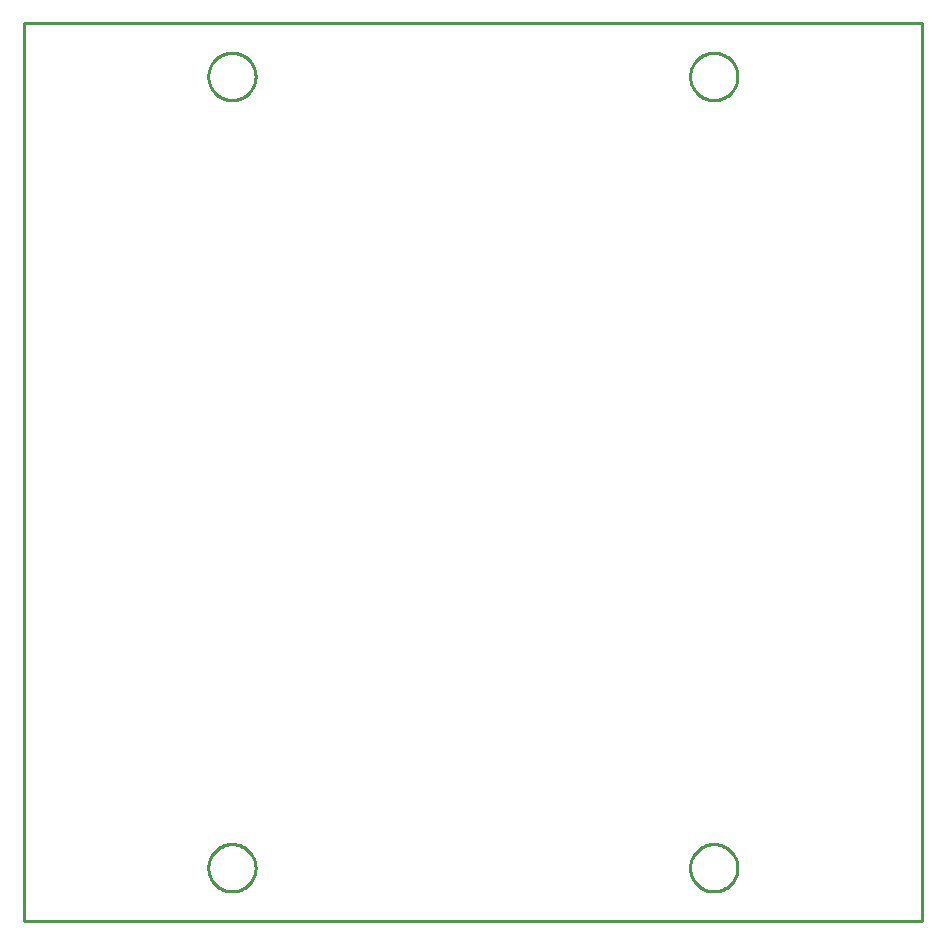
<source format=gbr>
G04 EAGLE Gerber RS-274X export*
G75*
%MOMM*%
%FSLAX34Y34*%
%LPD*%
%IN*%
%IPPOS*%
%AMOC8*
5,1,8,0,0,1.08239X$1,22.5*%
G01*
%ADD10C,0.254000*%


D10*
X0Y0D02*
X760000Y0D01*
X760000Y760000D01*
X0Y760000D01*
X0Y0D01*
X196000Y714396D02*
X195927Y713189D01*
X195781Y711989D01*
X195563Y710800D01*
X195274Y709627D01*
X194915Y708473D01*
X194486Y707343D01*
X193990Y706241D01*
X193428Y705170D01*
X192803Y704136D01*
X192116Y703141D01*
X191371Y702190D01*
X190569Y701285D01*
X189715Y700431D01*
X188810Y699629D01*
X187859Y698884D01*
X186864Y698197D01*
X185830Y697572D01*
X184759Y697010D01*
X183657Y696514D01*
X182527Y696085D01*
X181373Y695726D01*
X180200Y695437D01*
X179011Y695219D01*
X177811Y695073D01*
X176604Y695000D01*
X175396Y695000D01*
X174189Y695073D01*
X172989Y695219D01*
X171800Y695437D01*
X170627Y695726D01*
X169473Y696085D01*
X168343Y696514D01*
X167241Y697010D01*
X166170Y697572D01*
X165136Y698197D01*
X164141Y698884D01*
X163190Y699629D01*
X162285Y700431D01*
X161431Y701285D01*
X160629Y702190D01*
X159884Y703141D01*
X159197Y704136D01*
X158572Y705170D01*
X158010Y706241D01*
X157514Y707343D01*
X157085Y708473D01*
X156726Y709627D01*
X156437Y710800D01*
X156219Y711989D01*
X156073Y713189D01*
X156000Y714396D01*
X156000Y715604D01*
X156073Y716811D01*
X156219Y718011D01*
X156437Y719200D01*
X156726Y720373D01*
X157085Y721527D01*
X157514Y722657D01*
X158010Y723759D01*
X158572Y724830D01*
X159197Y725864D01*
X159884Y726859D01*
X160629Y727810D01*
X161431Y728715D01*
X162285Y729569D01*
X163190Y730371D01*
X164141Y731116D01*
X165136Y731803D01*
X166170Y732428D01*
X167241Y732990D01*
X168343Y733486D01*
X169473Y733915D01*
X170627Y734274D01*
X171800Y734563D01*
X172989Y734781D01*
X174189Y734927D01*
X175396Y735000D01*
X176604Y735000D01*
X177811Y734927D01*
X179011Y734781D01*
X180200Y734563D01*
X181373Y734274D01*
X182527Y733915D01*
X183657Y733486D01*
X184759Y732990D01*
X185830Y732428D01*
X186864Y731803D01*
X187859Y731116D01*
X188810Y730371D01*
X189715Y729569D01*
X190569Y728715D01*
X191371Y727810D01*
X192116Y726859D01*
X192803Y725864D01*
X193428Y724830D01*
X193990Y723759D01*
X194486Y722657D01*
X194915Y721527D01*
X195274Y720373D01*
X195563Y719200D01*
X195781Y718011D01*
X195927Y716811D01*
X196000Y715604D01*
X196000Y714396D01*
X604000Y714396D02*
X603927Y713189D01*
X603781Y711989D01*
X603563Y710800D01*
X603274Y709627D01*
X602915Y708473D01*
X602486Y707343D01*
X601990Y706241D01*
X601428Y705170D01*
X600803Y704136D01*
X600116Y703141D01*
X599371Y702190D01*
X598569Y701285D01*
X597715Y700431D01*
X596810Y699629D01*
X595859Y698884D01*
X594864Y698197D01*
X593830Y697572D01*
X592759Y697010D01*
X591657Y696514D01*
X590527Y696085D01*
X589373Y695726D01*
X588200Y695437D01*
X587011Y695219D01*
X585811Y695073D01*
X584604Y695000D01*
X583396Y695000D01*
X582189Y695073D01*
X580989Y695219D01*
X579800Y695437D01*
X578627Y695726D01*
X577473Y696085D01*
X576343Y696514D01*
X575241Y697010D01*
X574170Y697572D01*
X573136Y698197D01*
X572141Y698884D01*
X571190Y699629D01*
X570285Y700431D01*
X569431Y701285D01*
X568629Y702190D01*
X567884Y703141D01*
X567197Y704136D01*
X566572Y705170D01*
X566010Y706241D01*
X565514Y707343D01*
X565085Y708473D01*
X564726Y709627D01*
X564437Y710800D01*
X564219Y711989D01*
X564073Y713189D01*
X564000Y714396D01*
X564000Y715604D01*
X564073Y716811D01*
X564219Y718011D01*
X564437Y719200D01*
X564726Y720373D01*
X565085Y721527D01*
X565514Y722657D01*
X566010Y723759D01*
X566572Y724830D01*
X567197Y725864D01*
X567884Y726859D01*
X568629Y727810D01*
X569431Y728715D01*
X570285Y729569D01*
X571190Y730371D01*
X572141Y731116D01*
X573136Y731803D01*
X574170Y732428D01*
X575241Y732990D01*
X576343Y733486D01*
X577473Y733915D01*
X578627Y734274D01*
X579800Y734563D01*
X580989Y734781D01*
X582189Y734927D01*
X583396Y735000D01*
X584604Y735000D01*
X585811Y734927D01*
X587011Y734781D01*
X588200Y734563D01*
X589373Y734274D01*
X590527Y733915D01*
X591657Y733486D01*
X592759Y732990D01*
X593830Y732428D01*
X594864Y731803D01*
X595859Y731116D01*
X596810Y730371D01*
X597715Y729569D01*
X598569Y728715D01*
X599371Y727810D01*
X600116Y726859D01*
X600803Y725864D01*
X601428Y724830D01*
X601990Y723759D01*
X602486Y722657D01*
X602915Y721527D01*
X603274Y720373D01*
X603563Y719200D01*
X603781Y718011D01*
X603927Y716811D01*
X604000Y715604D01*
X604000Y714396D01*
X196000Y44396D02*
X195927Y43189D01*
X195781Y41989D01*
X195563Y40800D01*
X195274Y39627D01*
X194915Y38473D01*
X194486Y37343D01*
X193990Y36241D01*
X193428Y35170D01*
X192803Y34136D01*
X192116Y33141D01*
X191371Y32190D01*
X190569Y31285D01*
X189715Y30431D01*
X188810Y29629D01*
X187859Y28884D01*
X186864Y28197D01*
X185830Y27572D01*
X184759Y27010D01*
X183657Y26514D01*
X182527Y26085D01*
X181373Y25726D01*
X180200Y25437D01*
X179011Y25219D01*
X177811Y25073D01*
X176604Y25000D01*
X175396Y25000D01*
X174189Y25073D01*
X172989Y25219D01*
X171800Y25437D01*
X170627Y25726D01*
X169473Y26085D01*
X168343Y26514D01*
X167241Y27010D01*
X166170Y27572D01*
X165136Y28197D01*
X164141Y28884D01*
X163190Y29629D01*
X162285Y30431D01*
X161431Y31285D01*
X160629Y32190D01*
X159884Y33141D01*
X159197Y34136D01*
X158572Y35170D01*
X158010Y36241D01*
X157514Y37343D01*
X157085Y38473D01*
X156726Y39627D01*
X156437Y40800D01*
X156219Y41989D01*
X156073Y43189D01*
X156000Y44396D01*
X156000Y45604D01*
X156073Y46811D01*
X156219Y48011D01*
X156437Y49200D01*
X156726Y50373D01*
X157085Y51527D01*
X157514Y52657D01*
X158010Y53759D01*
X158572Y54830D01*
X159197Y55864D01*
X159884Y56859D01*
X160629Y57810D01*
X161431Y58715D01*
X162285Y59569D01*
X163190Y60371D01*
X164141Y61116D01*
X165136Y61803D01*
X166170Y62428D01*
X167241Y62990D01*
X168343Y63486D01*
X169473Y63915D01*
X170627Y64274D01*
X171800Y64563D01*
X172989Y64781D01*
X174189Y64927D01*
X175396Y65000D01*
X176604Y65000D01*
X177811Y64927D01*
X179011Y64781D01*
X180200Y64563D01*
X181373Y64274D01*
X182527Y63915D01*
X183657Y63486D01*
X184759Y62990D01*
X185830Y62428D01*
X186864Y61803D01*
X187859Y61116D01*
X188810Y60371D01*
X189715Y59569D01*
X190569Y58715D01*
X191371Y57810D01*
X192116Y56859D01*
X192803Y55864D01*
X193428Y54830D01*
X193990Y53759D01*
X194486Y52657D01*
X194915Y51527D01*
X195274Y50373D01*
X195563Y49200D01*
X195781Y48011D01*
X195927Y46811D01*
X196000Y45604D01*
X196000Y44396D01*
X604000Y44396D02*
X603927Y43189D01*
X603781Y41989D01*
X603563Y40800D01*
X603274Y39627D01*
X602915Y38473D01*
X602486Y37343D01*
X601990Y36241D01*
X601428Y35170D01*
X600803Y34136D01*
X600116Y33141D01*
X599371Y32190D01*
X598569Y31285D01*
X597715Y30431D01*
X596810Y29629D01*
X595859Y28884D01*
X594864Y28197D01*
X593830Y27572D01*
X592759Y27010D01*
X591657Y26514D01*
X590527Y26085D01*
X589373Y25726D01*
X588200Y25437D01*
X587011Y25219D01*
X585811Y25073D01*
X584604Y25000D01*
X583396Y25000D01*
X582189Y25073D01*
X580989Y25219D01*
X579800Y25437D01*
X578627Y25726D01*
X577473Y26085D01*
X576343Y26514D01*
X575241Y27010D01*
X574170Y27572D01*
X573136Y28197D01*
X572141Y28884D01*
X571190Y29629D01*
X570285Y30431D01*
X569431Y31285D01*
X568629Y32190D01*
X567884Y33141D01*
X567197Y34136D01*
X566572Y35170D01*
X566010Y36241D01*
X565514Y37343D01*
X565085Y38473D01*
X564726Y39627D01*
X564437Y40800D01*
X564219Y41989D01*
X564073Y43189D01*
X564000Y44396D01*
X564000Y45604D01*
X564073Y46811D01*
X564219Y48011D01*
X564437Y49200D01*
X564726Y50373D01*
X565085Y51527D01*
X565514Y52657D01*
X566010Y53759D01*
X566572Y54830D01*
X567197Y55864D01*
X567884Y56859D01*
X568629Y57810D01*
X569431Y58715D01*
X570285Y59569D01*
X571190Y60371D01*
X572141Y61116D01*
X573136Y61803D01*
X574170Y62428D01*
X575241Y62990D01*
X576343Y63486D01*
X577473Y63915D01*
X578627Y64274D01*
X579800Y64563D01*
X580989Y64781D01*
X582189Y64927D01*
X583396Y65000D01*
X584604Y65000D01*
X585811Y64927D01*
X587011Y64781D01*
X588200Y64563D01*
X589373Y64274D01*
X590527Y63915D01*
X591657Y63486D01*
X592759Y62990D01*
X593830Y62428D01*
X594864Y61803D01*
X595859Y61116D01*
X596810Y60371D01*
X597715Y59569D01*
X598569Y58715D01*
X599371Y57810D01*
X600116Y56859D01*
X600803Y55864D01*
X601428Y54830D01*
X601990Y53759D01*
X602486Y52657D01*
X602915Y51527D01*
X603274Y50373D01*
X603563Y49200D01*
X603781Y48011D01*
X603927Y46811D01*
X604000Y45604D01*
X604000Y44396D01*
M02*

</source>
